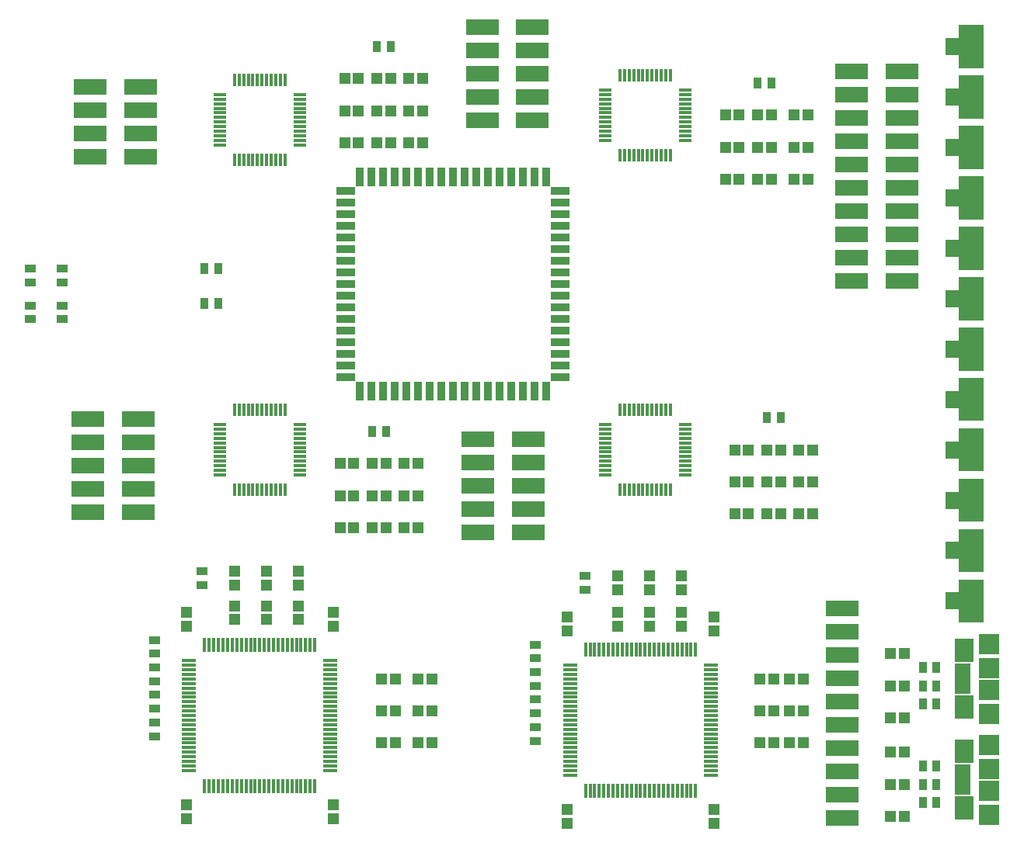
<source format=gbr>
G04 #@! TF.FileFunction,Soldermask,Top*
%FSLAX46Y46*%
G04 Gerber Fmt 4.6, Leading zero omitted, Abs format (unit mm)*
G04 Created by KiCad (PCBNEW 4.0.5) date Saturday, August 26, 2017 'PMt' 01:35:58 PM*
%MOMM*%
%LPD*%
G01*
G04 APERTURE LIST*
%ADD10C,0.100000*%
%ADD11R,2.050000X0.840000*%
%ADD12R,0.840000X2.050000*%
%ADD13R,1.150000X1.200000*%
%ADD14R,1.200000X1.150000*%
%ADD15R,0.900000X1.300000*%
%ADD16R,1.300000X0.900000*%
%ADD17R,1.440000X0.390000*%
%ADD18R,0.390000X1.440000*%
%ADD19R,0.440000X1.640000*%
%ADD20R,1.640000X0.440000*%
%ADD21R,3.580000X1.670000*%
%ADD22R,2.300000X2.300000*%
%ADD23R,2.300000X2.200000*%
%ADD24R,2.000000X2.500000*%
%ADD25R,1.750000X0.800000*%
%ADD26R,2.700000X1.400000*%
%ADD27R,2.000000X1.950000*%
%ADD28R,2.700000X2.700000*%
G04 APERTURE END LIST*
D10*
D11*
X188345000Y-89770000D03*
X188345000Y-91040000D03*
X188345000Y-92310000D03*
X188345000Y-93580000D03*
X188345000Y-94850000D03*
X188345000Y-96120000D03*
X188345000Y-97390000D03*
X188345000Y-98660000D03*
X188345000Y-99930000D03*
X188345000Y-101200000D03*
X188345000Y-102470000D03*
X188345000Y-103740000D03*
X188345000Y-105010000D03*
X188345000Y-106280000D03*
X188345000Y-107550000D03*
X188345000Y-108820000D03*
X188345000Y-110090000D03*
D12*
X189865000Y-111610000D03*
D11*
X211705000Y-91040000D03*
X211705000Y-92310000D03*
X211705000Y-93580000D03*
X211705000Y-94850000D03*
X211705000Y-96120000D03*
X211705000Y-97390000D03*
X211705000Y-98660000D03*
X211705000Y-99930000D03*
X211705000Y-101200000D03*
X211705000Y-102470000D03*
X211705000Y-103740000D03*
X211705000Y-105010000D03*
X211705000Y-106280000D03*
X211705000Y-107550000D03*
X211705000Y-108820000D03*
X211705000Y-110090000D03*
D12*
X189865000Y-88250000D03*
X191135000Y-88250000D03*
X192405000Y-88250000D03*
X193675000Y-88250000D03*
X194945000Y-88250000D03*
X196215000Y-88250000D03*
X197485000Y-88250000D03*
X198755000Y-88250000D03*
X200025000Y-88250000D03*
X201295000Y-88250000D03*
X202565000Y-88250000D03*
X203835000Y-88250000D03*
X205105000Y-88250000D03*
X206375000Y-88250000D03*
X207645000Y-88250000D03*
X208915000Y-88250000D03*
X210185000Y-88250000D03*
X191135000Y-111610000D03*
X192405000Y-111610000D03*
X193675000Y-111610000D03*
X194945000Y-111610000D03*
X196215000Y-111610000D03*
X197485000Y-111610000D03*
X198755000Y-111610000D03*
X200025000Y-111610000D03*
X201295000Y-111610000D03*
X202565000Y-111610000D03*
X203835000Y-111610000D03*
X205105000Y-111610000D03*
X206375000Y-111610000D03*
X207645000Y-111610000D03*
X208915000Y-111610000D03*
X210185000Y-111610000D03*
D11*
X211705000Y-89770000D03*
D13*
X171000000Y-135750000D03*
X171000000Y-137250000D03*
X187000000Y-135750000D03*
X187000000Y-137250000D03*
X187000000Y-158250000D03*
X187000000Y-156750000D03*
X171000000Y-158250000D03*
X171000000Y-156750000D03*
X212500000Y-136250000D03*
X212500000Y-137750000D03*
X228500000Y-136250000D03*
X228500000Y-137750000D03*
X228500000Y-158750000D03*
X228500000Y-157250000D03*
X212500000Y-158750000D03*
X212500000Y-157250000D03*
D14*
X233500000Y-150000000D03*
X235000000Y-150000000D03*
X236750000Y-150000000D03*
X238250000Y-150000000D03*
X233500000Y-146500000D03*
X235000000Y-146500000D03*
X236750000Y-146500000D03*
X238250000Y-146500000D03*
X233500000Y-143000000D03*
X235000000Y-143000000D03*
X236750000Y-143000000D03*
X238250000Y-143000000D03*
X247750000Y-151000000D03*
X249250000Y-151000000D03*
X237250000Y-81500000D03*
X238750000Y-81500000D03*
X233250000Y-81500000D03*
X234750000Y-81500000D03*
X229750000Y-81500000D03*
X231250000Y-81500000D03*
X230750000Y-118000000D03*
X232250000Y-118000000D03*
X234250000Y-118000000D03*
X235750000Y-118000000D03*
X237750000Y-118000000D03*
X239250000Y-118000000D03*
X247750000Y-154500000D03*
X249250000Y-154500000D03*
X237250000Y-85000000D03*
X238750000Y-85000000D03*
X233250000Y-85000000D03*
X234750000Y-85000000D03*
X229750000Y-85000000D03*
X231250000Y-85000000D03*
X230750000Y-121500000D03*
X232250000Y-121500000D03*
X234250000Y-121500000D03*
X235750000Y-121500000D03*
X237750000Y-121500000D03*
X239250000Y-121500000D03*
X247750000Y-158000000D03*
X249250000Y-158000000D03*
X237250000Y-88500000D03*
X238750000Y-88500000D03*
X233250000Y-88500000D03*
X234750000Y-88500000D03*
X229750000Y-88500000D03*
X231250000Y-88500000D03*
X230750000Y-125000000D03*
X232250000Y-125000000D03*
X234250000Y-125000000D03*
X235750000Y-125000000D03*
X237750000Y-125000000D03*
X239250000Y-125000000D03*
D13*
X224962000Y-137249000D03*
X224962000Y-135749000D03*
X224962000Y-133249000D03*
X224962000Y-131749000D03*
X221462000Y-137249000D03*
X221462000Y-135749000D03*
X221462000Y-133249000D03*
X221462000Y-131749000D03*
X217962000Y-137249000D03*
X217962000Y-135749000D03*
X217962000Y-133249000D03*
X217962000Y-131749000D03*
D14*
X187750000Y-126500000D03*
X189250000Y-126500000D03*
X194750000Y-126500000D03*
X196250000Y-126500000D03*
X191250000Y-119500000D03*
X192750000Y-119500000D03*
X187750000Y-123000000D03*
X189250000Y-123000000D03*
X194750000Y-123000000D03*
X196250000Y-123000000D03*
X191250000Y-123000000D03*
X192750000Y-123000000D03*
X191750000Y-84500000D03*
X193250000Y-84500000D03*
X195250000Y-84500000D03*
X196750000Y-84500000D03*
X188250000Y-84500000D03*
X189750000Y-84500000D03*
X187750000Y-119500000D03*
X189250000Y-119500000D03*
X194750000Y-119500000D03*
X196250000Y-119500000D03*
X191250000Y-126500000D03*
X192750000Y-126500000D03*
X191750000Y-81000000D03*
X193250000Y-81000000D03*
X195250000Y-81000000D03*
X196750000Y-81000000D03*
X188250000Y-81000000D03*
X189750000Y-81000000D03*
X191750000Y-77500000D03*
X193250000Y-77500000D03*
X195250000Y-77500000D03*
X196750000Y-77500000D03*
X188250000Y-77500000D03*
X189750000Y-77500000D03*
X192250000Y-150000000D03*
X193750000Y-150000000D03*
X196250000Y-150000000D03*
X197750000Y-150000000D03*
X192250000Y-146500000D03*
X193750000Y-146500000D03*
X196250000Y-146500000D03*
X197750000Y-146500000D03*
X192250000Y-143000000D03*
X193750000Y-143000000D03*
X196250000Y-143000000D03*
X197750000Y-143000000D03*
X247750000Y-140250000D03*
X249250000Y-140250000D03*
X247750000Y-143750000D03*
X249250000Y-143750000D03*
X247750000Y-147250000D03*
X249250000Y-147250000D03*
D13*
X183239000Y-136533000D03*
X183239000Y-135033000D03*
X183239000Y-132783000D03*
X183239000Y-131283000D03*
X179739000Y-136533000D03*
X179739000Y-135033000D03*
X179739000Y-132783000D03*
X179739000Y-131283000D03*
X176239000Y-136533000D03*
X176239000Y-135033000D03*
X176239000Y-132783000D03*
X176239000Y-131283000D03*
D15*
X252750000Y-156500000D03*
X251250000Y-156500000D03*
X233250000Y-78000000D03*
X234750000Y-78000000D03*
X234250000Y-114500000D03*
X235750000Y-114500000D03*
D16*
X214462000Y-133250000D03*
X214462000Y-131750000D03*
D15*
X191250000Y-116000000D03*
X192750000Y-116000000D03*
X191750000Y-74000000D03*
X193250000Y-74000000D03*
X252750000Y-145750000D03*
X251250000Y-145750000D03*
D16*
X172739000Y-132750000D03*
X172739000Y-131250000D03*
D15*
X173000000Y-98250000D03*
X174500000Y-98250000D03*
X173000000Y-102000000D03*
X174500000Y-102000000D03*
X251250000Y-152500000D03*
X252750000Y-152500000D03*
X251250000Y-154500000D03*
X252750000Y-154500000D03*
D16*
X209000000Y-148250000D03*
X209000000Y-149750000D03*
X209000000Y-145250000D03*
X209000000Y-146750000D03*
X209000000Y-142250000D03*
X209000000Y-143750000D03*
X209000000Y-139250000D03*
X209000000Y-140750000D03*
D15*
X251250000Y-141750000D03*
X252750000Y-141750000D03*
X251250000Y-143750000D03*
X252750000Y-143750000D03*
D16*
X167500000Y-147750000D03*
X167500000Y-149250000D03*
X167500000Y-144750000D03*
X167500000Y-146250000D03*
X167500000Y-141750000D03*
X167500000Y-143250000D03*
X167500000Y-138750000D03*
X167500000Y-140250000D03*
D17*
X216650000Y-78750000D03*
X216650000Y-79250000D03*
X216650000Y-79750000D03*
X216650000Y-80250000D03*
X216650000Y-80750000D03*
X216650000Y-81250000D03*
X216650000Y-81750000D03*
X216650000Y-82250000D03*
X216650000Y-82750000D03*
X216650000Y-83250000D03*
X216650000Y-83750000D03*
X216650000Y-84250000D03*
D18*
X218250000Y-85850000D03*
X218750000Y-85850000D03*
X219250000Y-85850000D03*
X219750000Y-85850000D03*
X220250000Y-85850000D03*
X220750000Y-85850000D03*
X221250000Y-85850000D03*
X221750000Y-85850000D03*
X222250000Y-85850000D03*
X222750000Y-85850000D03*
X223250000Y-85850000D03*
X223750000Y-85850000D03*
D17*
X225350000Y-84250000D03*
X225350000Y-83750000D03*
X225350000Y-83250000D03*
X225350000Y-82750000D03*
X225350000Y-82250000D03*
X225350000Y-81750000D03*
X225350000Y-81250000D03*
X225350000Y-80750000D03*
X225350000Y-80250000D03*
X225350000Y-79750000D03*
X225350000Y-79250000D03*
X225350000Y-78750000D03*
D18*
X223750000Y-77150000D03*
X223250000Y-77150000D03*
X222750000Y-77150000D03*
X222250000Y-77150000D03*
X221750000Y-77150000D03*
X221250000Y-77150000D03*
X220750000Y-77150000D03*
X220250000Y-77150000D03*
X219750000Y-77150000D03*
X219250000Y-77150000D03*
X218750000Y-77150000D03*
X218250000Y-77150000D03*
X223750000Y-113650000D03*
X223250000Y-113650000D03*
X222750000Y-113650000D03*
X222250000Y-113650000D03*
X221750000Y-113650000D03*
X221250000Y-113650000D03*
X220750000Y-113650000D03*
X220250000Y-113650000D03*
X219750000Y-113650000D03*
X219250000Y-113650000D03*
X218750000Y-113650000D03*
X218250000Y-113650000D03*
D17*
X216650000Y-115250000D03*
X216650000Y-115750000D03*
X216650000Y-116250000D03*
X216650000Y-116750000D03*
X216650000Y-117250000D03*
X216650000Y-117750000D03*
X216650000Y-118250000D03*
X216650000Y-118750000D03*
X216650000Y-119250000D03*
X216650000Y-119750000D03*
X216650000Y-120250000D03*
X216650000Y-120750000D03*
D18*
X218250000Y-122350000D03*
X218750000Y-122350000D03*
X219250000Y-122350000D03*
X219750000Y-122350000D03*
X220250000Y-122350000D03*
X220750000Y-122350000D03*
X221250000Y-122350000D03*
X221750000Y-122350000D03*
X222250000Y-122350000D03*
X222750000Y-122350000D03*
X223250000Y-122350000D03*
X223750000Y-122350000D03*
D17*
X225350000Y-120750000D03*
X225350000Y-120250000D03*
X225350000Y-119750000D03*
X225350000Y-119250000D03*
X225350000Y-118750000D03*
X225350000Y-118250000D03*
X225350000Y-117750000D03*
X225350000Y-117250000D03*
X225350000Y-116750000D03*
X225350000Y-116250000D03*
X225350000Y-115750000D03*
X225350000Y-115250000D03*
D19*
X214500000Y-155200000D03*
X215000000Y-155200000D03*
X215500000Y-155200000D03*
X216000000Y-155200000D03*
X216500000Y-155200000D03*
X217000000Y-155200000D03*
X217500000Y-155200000D03*
X218000000Y-155200000D03*
X218500000Y-155200000D03*
X219000000Y-155200000D03*
X219500000Y-155200000D03*
X220000000Y-155200000D03*
X220500000Y-155200000D03*
X221000000Y-155200000D03*
X221500000Y-155200000D03*
X222000000Y-155200000D03*
X222500000Y-155200000D03*
X223000000Y-155200000D03*
X223500000Y-155200000D03*
X224000000Y-155200000D03*
X224500000Y-155200000D03*
X225000000Y-155200000D03*
X225500000Y-155200000D03*
X226000000Y-155200000D03*
X226500000Y-155200000D03*
D20*
X228200000Y-153500000D03*
X228200000Y-153000000D03*
X228200000Y-152500000D03*
X228200000Y-152000000D03*
X228200000Y-151500000D03*
X228200000Y-151000000D03*
X228200000Y-150500000D03*
X228200000Y-150000000D03*
X228200000Y-149500000D03*
X228200000Y-149000000D03*
X228200000Y-148500000D03*
X228200000Y-148000000D03*
X228200000Y-147500000D03*
X228200000Y-147000000D03*
X228200000Y-146500000D03*
X228200000Y-146000000D03*
X228200000Y-145500000D03*
X228200000Y-145000000D03*
X228200000Y-144500000D03*
X228200000Y-144000000D03*
X228200000Y-143500000D03*
X228200000Y-143000000D03*
X228200000Y-142500000D03*
X228200000Y-142000000D03*
X228200000Y-141500000D03*
D19*
X226500000Y-139800000D03*
X226000000Y-139800000D03*
X225500000Y-139800000D03*
X225000000Y-139800000D03*
X224500000Y-139800000D03*
X224000000Y-139800000D03*
X223500000Y-139800000D03*
X223000000Y-139800000D03*
X222500000Y-139800000D03*
X222000000Y-139800000D03*
X221500000Y-139800000D03*
X221000000Y-139800000D03*
X220500000Y-139800000D03*
X220000000Y-139800000D03*
X219500000Y-139800000D03*
X219000000Y-139800000D03*
X218500000Y-139800000D03*
X218000000Y-139800000D03*
X217500000Y-139800000D03*
X217000000Y-139800000D03*
X216500000Y-139800000D03*
X216000000Y-139800000D03*
X215500000Y-139800000D03*
X215000000Y-139800000D03*
X214500000Y-139800000D03*
D20*
X212800000Y-141500000D03*
X212800000Y-142000000D03*
X212800000Y-142500000D03*
X212800000Y-143000000D03*
X212800000Y-143500000D03*
X212800000Y-144000000D03*
X212800000Y-144500000D03*
X212800000Y-145000000D03*
X212800000Y-145500000D03*
X212800000Y-146000000D03*
X212800000Y-146500000D03*
X212800000Y-147000000D03*
X212800000Y-147500000D03*
X212800000Y-148000000D03*
X212800000Y-148500000D03*
X212800000Y-149000000D03*
X212800000Y-149500000D03*
X212800000Y-150000000D03*
X212800000Y-150500000D03*
X212800000Y-151000000D03*
X212800000Y-151500000D03*
X212800000Y-152000000D03*
X212800000Y-152500000D03*
X212800000Y-153000000D03*
X212800000Y-153500000D03*
D17*
X183350000Y-120750000D03*
X183350000Y-120250000D03*
X183350000Y-119750000D03*
X183350000Y-119250000D03*
X183350000Y-118750000D03*
X183350000Y-118250000D03*
X183350000Y-117750000D03*
X183350000Y-117250000D03*
X183350000Y-116750000D03*
X183350000Y-116250000D03*
X183350000Y-115750000D03*
X183350000Y-115250000D03*
D18*
X181750000Y-113650000D03*
X181250000Y-113650000D03*
X180750000Y-113650000D03*
X180250000Y-113650000D03*
X179750000Y-113650000D03*
X179250000Y-113650000D03*
X178750000Y-113650000D03*
X178250000Y-113650000D03*
X177750000Y-113650000D03*
X177250000Y-113650000D03*
X176750000Y-113650000D03*
X176250000Y-113650000D03*
D17*
X174650000Y-115250000D03*
X174650000Y-115750000D03*
X174650000Y-116250000D03*
X174650000Y-116750000D03*
X174650000Y-117250000D03*
X174650000Y-117750000D03*
X174650000Y-118250000D03*
X174650000Y-118750000D03*
X174650000Y-119250000D03*
X174650000Y-119750000D03*
X174650000Y-120250000D03*
X174650000Y-120750000D03*
D18*
X176250000Y-122350000D03*
X176750000Y-122350000D03*
X177250000Y-122350000D03*
X177750000Y-122350000D03*
X178250000Y-122350000D03*
X178750000Y-122350000D03*
X179250000Y-122350000D03*
X179750000Y-122350000D03*
X180250000Y-122350000D03*
X180750000Y-122350000D03*
X181250000Y-122350000D03*
X181750000Y-122350000D03*
X176250000Y-86350000D03*
X176750000Y-86350000D03*
X177250000Y-86350000D03*
X177750000Y-86350000D03*
X178250000Y-86350000D03*
X178750000Y-86350000D03*
X179250000Y-86350000D03*
X179750000Y-86350000D03*
X180250000Y-86350000D03*
X180750000Y-86350000D03*
X181250000Y-86350000D03*
X181750000Y-86350000D03*
D17*
X183350000Y-84750000D03*
X183350000Y-84250000D03*
X183350000Y-83750000D03*
X183350000Y-83250000D03*
X183350000Y-82750000D03*
X183350000Y-82250000D03*
X183350000Y-81750000D03*
X183350000Y-81250000D03*
X183350000Y-80750000D03*
X183350000Y-80250000D03*
X183350000Y-79750000D03*
X183350000Y-79250000D03*
D18*
X181750000Y-77650000D03*
X181250000Y-77650000D03*
X180750000Y-77650000D03*
X180250000Y-77650000D03*
X179750000Y-77650000D03*
X179250000Y-77650000D03*
X178750000Y-77650000D03*
X178250000Y-77650000D03*
X177750000Y-77650000D03*
X177250000Y-77650000D03*
X176750000Y-77650000D03*
X176250000Y-77650000D03*
D17*
X174650000Y-79250000D03*
X174650000Y-79750000D03*
X174650000Y-80250000D03*
X174650000Y-80750000D03*
X174650000Y-81250000D03*
X174650000Y-81750000D03*
X174650000Y-82250000D03*
X174650000Y-82750000D03*
X174650000Y-83250000D03*
X174650000Y-83750000D03*
X174650000Y-84250000D03*
X174650000Y-84750000D03*
D19*
X173000000Y-154700000D03*
X173500000Y-154700000D03*
X174000000Y-154700000D03*
X174500000Y-154700000D03*
X175000000Y-154700000D03*
X175500000Y-154700000D03*
X176000000Y-154700000D03*
X176500000Y-154700000D03*
X177000000Y-154700000D03*
X177500000Y-154700000D03*
X178000000Y-154700000D03*
X178500000Y-154700000D03*
X179000000Y-154700000D03*
X179500000Y-154700000D03*
X180000000Y-154700000D03*
X180500000Y-154700000D03*
X181000000Y-154700000D03*
X181500000Y-154700000D03*
X182000000Y-154700000D03*
X182500000Y-154700000D03*
X183000000Y-154700000D03*
X183500000Y-154700000D03*
X184000000Y-154700000D03*
X184500000Y-154700000D03*
X185000000Y-154700000D03*
D20*
X186700000Y-153000000D03*
X186700000Y-152500000D03*
X186700000Y-152000000D03*
X186700000Y-151500000D03*
X186700000Y-151000000D03*
X186700000Y-150500000D03*
X186700000Y-150000000D03*
X186700000Y-149500000D03*
X186700000Y-149000000D03*
X186700000Y-148500000D03*
X186700000Y-148000000D03*
X186700000Y-147500000D03*
X186700000Y-147000000D03*
X186700000Y-146500000D03*
X186700000Y-146000000D03*
X186700000Y-145500000D03*
X186700000Y-145000000D03*
X186700000Y-144500000D03*
X186700000Y-144000000D03*
X186700000Y-143500000D03*
X186700000Y-143000000D03*
X186700000Y-142500000D03*
X186700000Y-142000000D03*
X186700000Y-141500000D03*
X186700000Y-141000000D03*
D19*
X185000000Y-139300000D03*
X184500000Y-139300000D03*
X184000000Y-139300000D03*
X183500000Y-139300000D03*
X183000000Y-139300000D03*
X182500000Y-139300000D03*
X182000000Y-139300000D03*
X181500000Y-139300000D03*
X181000000Y-139300000D03*
X180500000Y-139300000D03*
X180000000Y-139300000D03*
X179500000Y-139300000D03*
X179000000Y-139300000D03*
X178500000Y-139300000D03*
X178000000Y-139300000D03*
X177500000Y-139300000D03*
X177000000Y-139300000D03*
X176500000Y-139300000D03*
X176000000Y-139300000D03*
X175500000Y-139300000D03*
X175000000Y-139300000D03*
X174500000Y-139300000D03*
X174000000Y-139300000D03*
X173500000Y-139300000D03*
X173000000Y-139300000D03*
D20*
X171300000Y-141000000D03*
X171300000Y-141500000D03*
X171300000Y-142000000D03*
X171300000Y-142500000D03*
X171300000Y-143000000D03*
X171300000Y-143500000D03*
X171300000Y-144000000D03*
X171300000Y-144500000D03*
X171300000Y-145000000D03*
X171300000Y-145500000D03*
X171300000Y-146000000D03*
X171300000Y-146500000D03*
X171300000Y-147000000D03*
X171300000Y-147500000D03*
X171300000Y-148000000D03*
X171300000Y-148500000D03*
X171300000Y-149000000D03*
X171300000Y-149500000D03*
X171300000Y-150000000D03*
X171300000Y-150500000D03*
X171300000Y-151000000D03*
X171300000Y-151500000D03*
X171300000Y-152000000D03*
X171300000Y-152500000D03*
X171300000Y-153000000D03*
D21*
X243500000Y-99620000D03*
X243500000Y-97080000D03*
X243500000Y-94540000D03*
X243500000Y-92000000D03*
X243500000Y-89460000D03*
X243500000Y-86920000D03*
X243500000Y-84380000D03*
X243500000Y-81840000D03*
X243500000Y-79300000D03*
X243500000Y-76760000D03*
X248960000Y-99620000D03*
X248960000Y-97080000D03*
X248960000Y-94540000D03*
X248960000Y-92000000D03*
X248960000Y-89460000D03*
X248960000Y-86920000D03*
X248960000Y-84380000D03*
X248960000Y-81840000D03*
X248960000Y-79300000D03*
X248960000Y-76760000D03*
X160270000Y-124830000D03*
X160270000Y-122290000D03*
X160270000Y-119750000D03*
X160270000Y-117210000D03*
X160270000Y-114670000D03*
X165730000Y-124830000D03*
X165730000Y-122290000D03*
X165730000Y-119750000D03*
X165730000Y-117210000D03*
X165730000Y-114670000D03*
X208730000Y-71920000D03*
X208730000Y-74460000D03*
X208730000Y-77000000D03*
X208730000Y-79540000D03*
X208730000Y-82080000D03*
X203270000Y-71920000D03*
X203270000Y-74460000D03*
X203270000Y-77000000D03*
X203270000Y-79540000D03*
X203270000Y-82080000D03*
X208230000Y-116880000D03*
X208230000Y-119420000D03*
X208230000Y-121960000D03*
X208230000Y-124500000D03*
X208230000Y-127040000D03*
X202770000Y-116880000D03*
X202770000Y-119420000D03*
X202770000Y-121960000D03*
X202770000Y-124500000D03*
X202770000Y-127040000D03*
X160520000Y-86060000D03*
X160520000Y-83520000D03*
X160520000Y-80980000D03*
X160520000Y-78440000D03*
X165980000Y-86060000D03*
X165980000Y-83520000D03*
X165980000Y-80980000D03*
X165980000Y-78440000D03*
D22*
X258475000Y-152800000D03*
X258475000Y-155200000D03*
D23*
X258475000Y-150200000D03*
X258475000Y-157800000D03*
D24*
X255725000Y-150900000D03*
X255725000Y-157100000D03*
D25*
X255600000Y-152700000D03*
X255600000Y-154000000D03*
X255600000Y-155300000D03*
X255600000Y-153350000D03*
X255600000Y-154650000D03*
D22*
X258475000Y-141800000D03*
X258475000Y-144200000D03*
D23*
X258475000Y-139200000D03*
X258475000Y-146800000D03*
D24*
X255725000Y-139900000D03*
X255725000Y-146100000D03*
D25*
X255600000Y-141700000D03*
X255600000Y-143000000D03*
X255600000Y-144300000D03*
X255600000Y-142350000D03*
X255600000Y-143650000D03*
D21*
X242500000Y-135300000D03*
X242500000Y-137840000D03*
X242500000Y-140380000D03*
X242500000Y-142920000D03*
X242500000Y-145460000D03*
X242500000Y-148000000D03*
X242500000Y-150540000D03*
X242500000Y-153080000D03*
X242500000Y-155620000D03*
X242500000Y-158160000D03*
D26*
X256500000Y-81185000D03*
X256500000Y-77815000D03*
D27*
X254770000Y-79500000D03*
D28*
X256500000Y-79500000D03*
D26*
X256500000Y-86685000D03*
X256500000Y-83315000D03*
D27*
X254770000Y-85000000D03*
D28*
X256500000Y-85000000D03*
D26*
X256500000Y-92185000D03*
X256500000Y-88815000D03*
D27*
X254770000Y-90500000D03*
D28*
X256500000Y-90500000D03*
D26*
X256500000Y-97685000D03*
X256500000Y-94315000D03*
D27*
X254770000Y-96000000D03*
D28*
X256500000Y-96000000D03*
D26*
X256500000Y-103185000D03*
X256500000Y-99815000D03*
D27*
X254770000Y-101500000D03*
D28*
X256500000Y-101500000D03*
D26*
X256500000Y-108685000D03*
X256500000Y-105315000D03*
D27*
X254770000Y-107000000D03*
D28*
X256500000Y-107000000D03*
D26*
X256500000Y-114185000D03*
X256500000Y-110815000D03*
D27*
X254770000Y-112500000D03*
D28*
X256500000Y-112500000D03*
D26*
X256500000Y-119685000D03*
X256500000Y-116315000D03*
D27*
X254770000Y-118000000D03*
D28*
X256500000Y-118000000D03*
D26*
X256500000Y-125185000D03*
X256500000Y-121815000D03*
D27*
X254770000Y-123500000D03*
D28*
X256500000Y-123500000D03*
D26*
X256500000Y-130685000D03*
X256500000Y-127315000D03*
D27*
X254770000Y-129000000D03*
D28*
X256500000Y-129000000D03*
D26*
X256500000Y-136185000D03*
X256500000Y-132815000D03*
D27*
X254770000Y-134500000D03*
D28*
X256500000Y-134500000D03*
D26*
X256500000Y-75685000D03*
X256500000Y-72315000D03*
D27*
X254770000Y-74000000D03*
D28*
X256500000Y-74000000D03*
D16*
X157500000Y-103750000D03*
X157500000Y-102250000D03*
X157500000Y-99750000D03*
X157500000Y-98250000D03*
X154000000Y-103750000D03*
X154000000Y-102250000D03*
X154000000Y-99750000D03*
X154000000Y-98250000D03*
M02*

</source>
